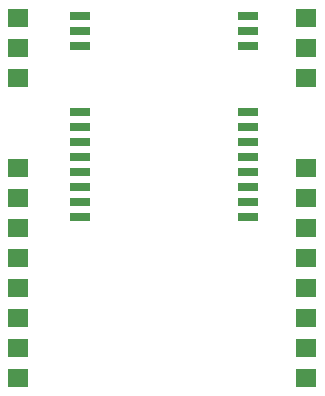
<source format=gbr>
G04 EAGLE Gerber RS-274X export*
G75*
%MOMM*%
%FSLAX34Y34*%
%LPD*%
%INSolderpaste Top*%
%IPPOS*%
%AMOC8*
5,1,8,0,0,1.08239X$1,22.5*%
G01*
%ADD10R,1.800000X1.500000*%
%ADD11R,1.800000X0.780000*%


D10*
X41910Y334010D03*
X41910Y308610D03*
X41910Y283210D03*
X41910Y207010D03*
X41910Y181610D03*
X41910Y156210D03*
X41910Y130810D03*
X41910Y105410D03*
X41910Y80010D03*
X41910Y54610D03*
X41910Y29210D03*
X285750Y29210D03*
X285750Y54610D03*
X285750Y80010D03*
X285750Y105410D03*
X285750Y130810D03*
X285750Y156210D03*
X285750Y181610D03*
X285750Y207010D03*
X285750Y283210D03*
X285750Y308610D03*
X285750Y334010D03*
D11*
X93980Y335280D03*
X93980Y322580D03*
X93980Y309880D03*
X93980Y254000D03*
X93980Y241300D03*
X93980Y228600D03*
X93980Y215900D03*
X93980Y203200D03*
X93980Y190500D03*
X93980Y177800D03*
X93980Y165100D03*
X236220Y165100D03*
X236220Y177800D03*
X236220Y190500D03*
X236220Y203200D03*
X236220Y215900D03*
X236220Y228600D03*
X236220Y241300D03*
X236220Y254000D03*
X236220Y309880D03*
X236220Y322580D03*
X236220Y335280D03*
M02*

</source>
